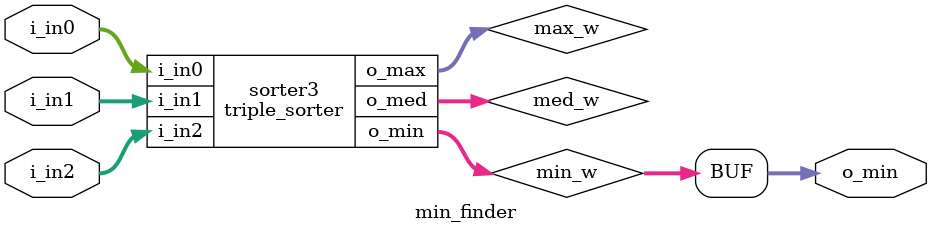
<source format=v>

module median_filter_engine(
    input i_clk,
    input i_rst_n,
    input i_rst_eng,   // reset reset depth to 0
    input i_set_eng,   // set depth to 4
    input [7:0] i_data0,
    input [7:0] i_data1,
    input [7:0] i_data2,
    input [7:0] i_data3,
    input [7:0] i_data4,
    input [7:0] i_data5,
    input [7:0] i_data6,
    input [7:0] i_data7,
    input [7:0] i_data8,
    input [7:0] i_data9,
    input [7:0] i_data10,
    input [7:0] i_data11,
    input [7:0] i_data12,
    input [7:0] i_data13,
    input [7:0] i_data14,
    input [7:0] i_data15,
    input i_in_valid,
    output signed [13:0] o_data0,
    output signed [13:0] o_data1,
    output signed [13:0] o_data2,
    output signed [13:0] o_data3,
    output o_out_valid,
    output o_done
);

// stage 0 pipeline regs & wires
reg [7:0] s0_data_r[0:15];
reg [7:0] s0_data_w[0:15];
reg [2:0] s0_status_r, s0_status_w;
wire s0_decre_status_w;

reg [1:0] s0_sel_data_w;
wire [7:0] sorter0_i0_w, sorter0_i1_w, sorter0_i2_w,
           sorter1_i0_w, sorter1_i1_w, sorter1_i2_w,
           sorter2_i0_w, sorter2_i1_w, sorter2_i2_w;

wire [7:0] sorter0_omin_w, sorter0_omed_w, sorter0_omax_w, 
           sorter1_omin_w, sorter1_omed_w, sorter1_omax_w, 
           sorter2_omin_w, sorter2_omed_w, sorter2_omax_w;

// stage 1 pipeline regs & wires
wire s1_in_valid;
wire s1_flush;
reg [7:0] s1_data_r [0:8];
reg [7:0] s1_data_w [0:8];
reg [2:0] s1_status_r, s1_status_w;

wire [7:0] s1_max_w, s1_med_w, s1_min_w;

// stage 2 pipeline regs & wires
wire s2_in_valid;
wire s2_flush;
reg [7:0] s2_data_r [0:2];
reg [7:0] s2_data_w [0:2];
reg [2:0] s2_status_r, s2_status_w;

wire [7:0] s2_med_in_seq_w;
reg [1:0] s2_sel_demux_w;
wire [7:0] s2_med0_w, s2_med1_w, s2_med2_w, s2_med3_w; 

// stage 3 pipeline regs & wires
wire s3_in_valid;
reg [7:0] s3_data_r[0:3];
reg [7:0] s3_data_w[0:3];

// system control register
wire comp_one_channel_w;
wire comp_all_channel_w;
reg [2:0] med_flt_depth_r;
reg [2:0] med_flt_depth_w;
reg out_valid_r;
reg out_valid_w;



// ------------------------ stage 0 pipeline ------------------------
// create signals for next stage pipeline
assign s1_in_valid = (s0_status_r > 3'd0);
assign s1_flush    = (s0_status_r == 3'd0) && (s1_status_r == 3'd1);

// update pipeline status regs
assign s0_decre_status_w = (s0_status_r > 3'd0);

always@(*) begin
    if(i_in_valid)             s0_status_w = 3'd4;               // set s0_status_r to 4 when valid data getting in
    else if(s0_decre_status_w) s0_status_w = s0_status_r - 3'd1; // keep decrease status_r when it is larger than 0
    else                       s0_status_w = s0_status_r;        // default : keep the register value
end

always@(negedge i_rst_n or posedge i_clk) begin
    if(!i_rst_n) s0_status_r <= 3'b000;
    else         s0_status_r <= s0_status_w;
end

// update pipeline data regs 
always@(*) begin
    s0_data_w[0] = (i_in_valid) ? i_data0 : s0_data_r[0];
    s0_data_w[1] = (i_in_valid) ? i_data1 : s0_data_r[1];
    s0_data_w[2] = (i_in_valid) ? i_data2 : s0_data_r[2];
    s0_data_w[3] = (i_in_valid) ? i_data3 : s0_data_r[3];
    s0_data_w[4] = (i_in_valid) ? i_data4 : s0_data_r[4];
    s0_data_w[5] = (i_in_valid) ? i_data5 : s0_data_r[5];
    s0_data_w[6] = (i_in_valid) ? i_data6 : s0_data_r[6];
    s0_data_w[7] = (i_in_valid) ? i_data7 : s0_data_r[7];
    s0_data_w[8] = (i_in_valid) ? i_data8 : s0_data_r[8];
    s0_data_w[9] = (i_in_valid) ? i_data9 : s0_data_r[9];
    s0_data_w[10] = (i_in_valid) ? i_data10 : s0_data_r[10];
    s0_data_w[11] = (i_in_valid) ? i_data11 : s0_data_r[11];
    s0_data_w[12] = (i_in_valid) ? i_data12 : s0_data_r[12];
    s0_data_w[13] = (i_in_valid) ? i_data13 : s0_data_r[13];
    s0_data_w[14] = (i_in_valid) ? i_data14 : s0_data_r[14];
    s0_data_w[15] = (i_in_valid) ? i_data15 : s0_data_r[15];
end

integer i;
always@(negedge i_rst_n or posedge i_clk) begin
    if(!i_rst_n) begin
        for(i=0; i<16; i=i+1) begin
            s0_data_r[i] <= 8'b0;
        end
    end
    else begin
        for(i=0; i<16; i=i+1) begin
            s0_data_r[i] <= s0_data_w[i];
        end
    end
end

// perform triple sorting
always@(*) begin
    s0_sel_data_w = 2'b00;
    case(s0_status_r)
        3'd4: s0_sel_data_w = 2'b00;
        3'd3: s0_sel_data_w = 2'b01;
        3'd2: s0_sel_data_w = 2'b10;
        3'd1: s0_sel_data_w = 2'b11;
    endcase
end

four2oneMux #(.data_width(8)) mux0(.o_out(sorter0_i0_w), .i_in0(s0_data_r[0]), .i_in1(s0_data_r[1]), .i_in2(s0_data_r[4]), .i_in3(s0_data_r[5]), .i_sel(s0_sel_data_w));
four2oneMux #(.data_width(8)) mux1(.o_out(sorter0_i1_w), .i_in0(s0_data_r[1]), .i_in1(s0_data_r[2]), .i_in2(s0_data_r[5]), .i_in3(s0_data_r[6]), .i_sel(s0_sel_data_w));
four2oneMux #(.data_width(8)) mux2(.o_out(sorter0_i2_w), .i_in0(s0_data_r[2]), .i_in1(s0_data_r[3]), .i_in2(s0_data_r[6]), .i_in3(s0_data_r[7]), .i_sel(s0_sel_data_w));
four2oneMux #(.data_width(8)) mux3(.o_out(sorter1_i0_w), .i_in0(s0_data_r[4]), .i_in1(s0_data_r[5]), .i_in2(s0_data_r[8]), .i_in3(s0_data_r[9]), .i_sel(s0_sel_data_w));
four2oneMux #(.data_width(8)) mux4(.o_out(sorter1_i1_w), .i_in0(s0_data_r[5]), .i_in1(s0_data_r[6]), .i_in2(s0_data_r[9]), .i_in3(s0_data_r[10]), .i_sel(s0_sel_data_w));
four2oneMux #(.data_width(8)) mux5(.o_out(sorter1_i2_w), .i_in0(s0_data_r[6]), .i_in1(s0_data_r[7]), .i_in2(s0_data_r[10]), .i_in3(s0_data_r[11]), .i_sel(s0_sel_data_w));
four2oneMux #(.data_width(8)) mux6(.o_out(sorter2_i0_w), .i_in0(s0_data_r[8]), .i_in1(s0_data_r[9]), .i_in2(s0_data_r[12]), .i_in3(s0_data_r[13]), .i_sel(s0_sel_data_w));
four2oneMux #(.data_width(8)) mux7(.o_out(sorter2_i1_w), .i_in0(s0_data_r[9]), .i_in1(s0_data_r[10]), .i_in2(s0_data_r[13]), .i_in3(s0_data_r[14]), .i_sel(s0_sel_data_w));
four2oneMux #(.data_width(8)) mux8(.o_out(sorter2_i2_w), .i_in0(s0_data_r[10]), .i_in1(s0_data_r[11]), .i_in2(s0_data_r[14]), .i_in3(s0_data_r[15]), .i_sel(s0_sel_data_w));

triple_sorter t0(.i_in0(sorter0_i0_w), .i_in1(sorter0_i1_w), .i_in2(sorter0_i2_w), 
                 .o_min(sorter0_omin_w), .o_med(sorter0_omed_w), .o_max(sorter0_omax_w));
triple_sorter t1(.i_in0(sorter1_i0_w), .i_in1(sorter1_i1_w), .i_in2(sorter1_i2_w), 
                 .o_min(sorter1_omin_w), .o_med(sorter1_omed_w), .o_max(sorter1_omax_w));
triple_sorter t2(.i_in0(sorter2_i0_w), .i_in1(sorter2_i1_w), .i_in2(sorter2_i2_w), 
                 .o_min(sorter2_omin_w), .o_med(sorter2_omed_w), .o_max(sorter2_omax_w));

// ------------------------ stage 1 pipeline ------------------------
// create control signals for next stage pipeline
assign s2_in_valid = (s1_status_r > 3'd0);
assign s2_flush    = (s1_status_r == 3'd0) && (s2_status_r == 3'd1);

// update pipeline status regs
always@(*) begin
    if(s1_in_valid)   s1_status_w = s0_status_r; // set s1_status_r to s0_status_r when s1_in_valid high
    else if(s1_flush) s1_status_w = 3'd0;
    else              s1_status_w = s1_status_r;
end

always@(negedge i_rst_n or posedge i_clk) begin
    if(!i_rst_n) s1_status_r <= 3'd0;
    else         s1_status_r <= s1_status_w;
end

// update pipeline data regs
always@(*) begin
    s1_data_w[0] = (s1_in_valid) ? sorter0_omin_w : s1_data_r[0];
    s1_data_w[1] = (s1_in_valid) ? sorter0_omed_w : s1_data_r[1];
    s1_data_w[2] = (s1_in_valid) ? sorter0_omax_w : s1_data_r[2];
    s1_data_w[3] = (s1_in_valid) ? sorter1_omin_w : s1_data_r[3];
    s1_data_w[4] = (s1_in_valid) ? sorter1_omed_w : s1_data_r[4];
    s1_data_w[5] = (s1_in_valid) ? sorter1_omax_w : s1_data_r[5];
    s1_data_w[6] = (s1_in_valid) ? sorter2_omin_w : s1_data_r[6];
    s1_data_w[7] = (s1_in_valid) ? sorter2_omed_w : s1_data_r[7];
    s1_data_w[8] = (s1_in_valid) ? sorter2_omax_w : s1_data_r[8];
end

always@(negedge i_rst_n or posedge i_clk) begin
    if(!i_rst_n) begin
        for(i=0; i<9; i=i+1) begin
            s1_data_r[i] <= 8'd0;
        end
    end
    else begin
        for(i=0; i<9; i=i+1) begin
            s1_data_r[i] <= s1_data_w[i];
        end
    end
end

// finding max in min_s of 3 groups
max_finder s1_find_max(.i_in0(s1_data_r[0]), .i_in1(s1_data_r[3]), .i_in2(s1_data_r[6]), .o_max(s1_max_w));
// finding med in med_s of 3 groups
med_finder s1_find_med(.i_in0(s1_data_r[1]), .i_in1(s1_data_r[4]), .i_in2(s1_data_r[7]), .o_med(s1_med_w));
// finding min in max_s of 3 groups
min_finder s1_find_min(.i_in0(s1_data_r[2]), .i_in1(s1_data_r[5]), .i_in2(s1_data_r[8]), .o_min(s1_min_w));

// ------------------------ stage 2 pipeline ------------------------
// create control signals for next stage pipeline
assign s3_in_valid        = (s2_status_r > 3'd0);
assign comp_one_channel_w = (s2_status_r == 3'd1);

// update pipeline status regs
always@(*) begin
    if(s2_in_valid)   s2_status_w = s1_status_r;
    else if(s2_flush) s2_status_w = 3'd0;
    else              s2_status_w = s2_status_r;
end

always@(negedge i_rst_n or posedge i_clk) begin
    if(!i_rst_n) s2_status_r <= 3'd0;
    else         s2_status_r <= s2_status_w;
end

// update pipeline data regs
always@(*) begin
    s2_data_w[0] = (s2_in_valid) ? s1_max_w : s2_data_r[0];
    s2_data_w[1] = (s2_in_valid) ? s1_med_w : s2_data_r[1];
    s2_data_w[2] = (s2_in_valid) ? s1_min_w : s2_data_r[2];
end

always@(negedge i_rst_n or posedge i_clk) begin
    if(!i_rst_n) begin
        for(i=0; i<3; i=i+1) begin
            s2_data_r[i] <= 3'd0;
        end
    end
    else begin
        for(i=0; i<3; i=i+1) begin
            s2_data_r[i] <= s2_data_w[i];
        end
    end
end

// finding median in these three numbers
med_finder s2_find_med(.i_in0(s2_data_r[0]), .i_in1(s2_data_r[1]), .i_in2(s2_data_r[2]), 
                       .o_med(s2_med_in_seq_w));

// store to corresponding registers
always@(*) begin
    s2_sel_demux_w = 2'b00;
    case(s2_status_r)
        3'd4: s2_sel_demux_w = 2'b00;
        3'd3: s2_sel_demux_w = 2'b01;
        3'd2: s2_sel_demux_w = 2'b10;
        3'd1: s2_sel_demux_w = 2'b11;
    endcase
end

// ------------------------ stage 3 pipeline ------------------------

// udpate pipeline data regs
always@(*) begin
    s3_data_w[0] = (s3_in_valid && (s2_sel_demux_w == 2'd0)) ? s2_med_in_seq_w : s3_data_r[0];
    s3_data_w[1] = (s3_in_valid && (s2_sel_demux_w == 2'd1)) ? s2_med_in_seq_w : s3_data_r[1];
    s3_data_w[2] = (s3_in_valid && (s2_sel_demux_w == 2'd2)) ? s2_med_in_seq_w : s3_data_r[2];
    s3_data_w[3] = (s3_in_valid && (s2_sel_demux_w == 2'd3)) ? s2_med_in_seq_w : s3_data_r[3];
end


always@(negedge i_rst_n or posedge i_clk) begin
    if(!i_rst_n) begin
        for(i=0; i<4; i=i+1) begin
            s3_data_r[i] <= 8'd0;
        end
    end
    else begin
        for(i=0; i<4; i=i+1) begin
            s3_data_r[i] <= s3_data_w[i];
        end
    end
end

// ------------------------ system status registers ------------------------

// update median filter depth counter
always@(*) begin
    if(i_rst_eng) med_flt_depth_w = 3'd0;
    else if(i_set_eng)          med_flt_depth_w = 3'd4;
    else if(comp_one_channel_w) med_flt_depth_w = med_flt_depth_r - 3'd1;
    else                        med_flt_depth_w = med_flt_depth_r;
end

always@(negedge i_rst_n or posedge i_clk) begin
    if(!i_rst_n) med_flt_depth_r <= 3'd0;
    else         med_flt_depth_r <= med_flt_depth_w;
end

// update the out_valid register
always@(*) begin
    out_valid_w = (comp_one_channel_w) ? 1'b1 : 1'b0;
end

always@(negedge i_rst_n or posedge i_clk) begin
    if(!i_rst_n) out_valid_r <= 1'b0;
    else         out_valid_r <= out_valid_w;
end

assign comp_all_channel_w = (med_flt_depth_r == 3'd0);



// ------------------------ system output ---------------------------
assign o_data0     = {6'b00_0000, s3_data_r[0]};
assign o_data1     = {6'b00_0000, s3_data_r[1]};
assign o_data2     = {6'b00_0000, s3_data_r[2]};
assign o_data3     = {6'b00_0000, s3_data_r[3]};
assign o_out_valid = out_valid_r;
assign o_done      = (out_valid_r && comp_all_channel_w);

endmodule

module triple_sorter(
    input [7:0] i_in0,
    input [7:0] i_in1,
    input [7:0] i_in2,
    output [7:0] o_min,
    output [7:0] o_med,
    output [7:0] o_max
);

wire comp_01_flag;
wire comp_02_flag;
wire comp_12_flag;

reg [7:0] o_min_w;
reg [7:0] o_med_w;
reg [7:0] o_max_w;

assign comp_01_flag = (i_in0 > i_in1);
assign comp_02_flag = (i_in0 > i_in2);
assign comp_12_flag = (i_in1 > i_in2);

always@(*) begin
    {o_max_w, o_med_w, o_min_w} = {i_in0, i_in1, i_in2};
    case({comp_01_flag, comp_02_flag, comp_12_flag})
        // impossible case : 3'b101, 3'b010
        3'b111: {o_max_w, o_med_w, o_min_w} = {i_in0, i_in1, i_in2};
        3'b110: {o_max_w, o_med_w, o_min_w} = {i_in0, i_in2, i_in1};
        3'b100: {o_max_w, o_med_w, o_min_w} = {i_in2, i_in0, i_in1};
        3'b011: {o_max_w, o_med_w, o_min_w} = {i_in1, i_in0, i_in2};
        3'b001: {o_max_w, o_med_w, o_min_w} = {i_in1, i_in2, i_in0};
        3'b000: {o_max_w, o_med_w, o_min_w} = {i_in2, i_in1, i_in0};
    endcase
end

assign o_min = o_min_w;
assign o_med = o_med_w;
assign o_max = o_max_w;


endmodule

module max_finder(
    input [7:0] i_in0,
    input [7:0] i_in1,
    input [7:0] i_in2,
    output [7:0] o_max
);

wire [7:0] max_w, med_w, min_w;

triple_sorter sorter3(.i_in0(i_in0), .i_in1(i_in1), .i_in2(i_in2), .o_min(min_w), .o_med(med_w), .o_max(max_w));
assign o_max = max_w;

endmodule

module med_finder(
    input [7:0] i_in0,
    input [7:0] i_in1,
    input [7:0] i_in2,
    output [7:0] o_med
);

wire [7:0] max_w, med_w, min_w;

triple_sorter sorter3(.i_in0(i_in0), .i_in1(i_in1), .i_in2(i_in2), .o_min(min_w), .o_med(med_w), .o_max(max_w));
assign o_med = med_w;

endmodule

module min_finder(
    input [7:0] i_in0,
    input [7:0] i_in1,
    input [7:0] i_in2,
    output [7:0] o_min
);

wire [7:0] max_w, med_w, min_w;

triple_sorter sorter3(.i_in0(i_in0), .i_in1(i_in1), .i_in2(i_in2), .o_min(min_w), .o_med(med_w), .o_max(max_w));
assign o_min = min_w;

endmodule

</source>
